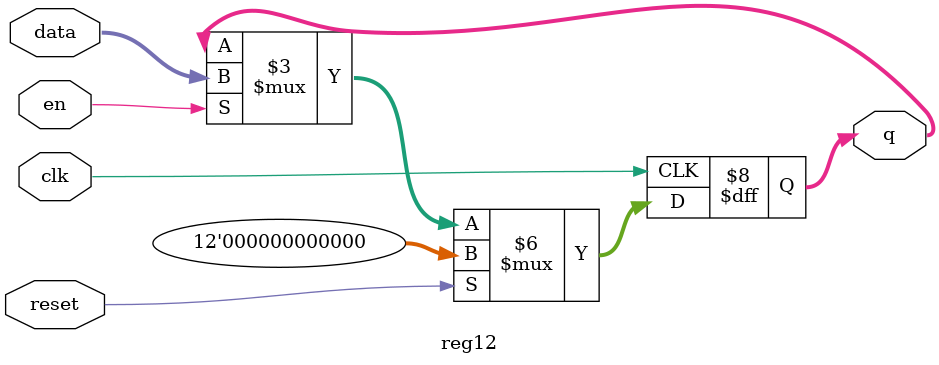
<source format=v>
module reg12(input wire clk, 
output reg [11:0] q, 
input wire [11:0] data, 
input wire en, 
input wire reset);

always @(posedge clk) begin
	if (reset) q <= 11'h000;
	else if (en) q <= data;
	else q <= q;     //not strictly required
end
endmodule

</source>
